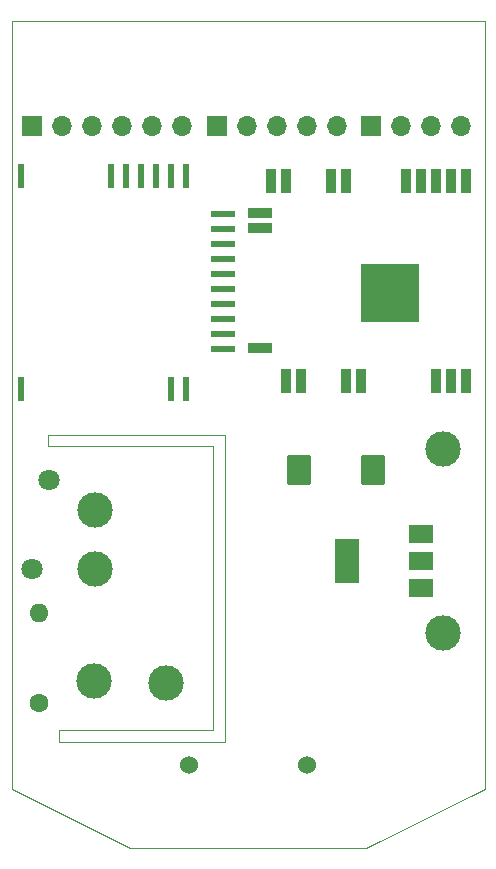
<source format=gbs>
G04 #@! TF.GenerationSoftware,KiCad,Pcbnew,5.99.0-unknown-4594d88417~130~ubuntu20.04.1*
G04 #@! TF.CreationDate,2021-07-04T17:01:17+02:00*
G04 #@! TF.ProjectId,SLS,534c532e-6b69-4636-9164-5f7063625858,rev?*
G04 #@! TF.SameCoordinates,Original*
G04 #@! TF.FileFunction,Soldermask,Bot*
G04 #@! TF.FilePolarity,Negative*
%FSLAX46Y46*%
G04 Gerber Fmt 4.6, Leading zero omitted, Abs format (unit mm)*
G04 Created by KiCad (PCBNEW 5.99.0-unknown-4594d88417~130~ubuntu20.04.1) date 2021-07-04 17:01:17*
%MOMM*%
%LPD*%
G01*
G04 APERTURE LIST*
G04 Aperture macros list*
%AMRoundRect*
0 Rectangle with rounded corners*
0 $1 Rounding radius*
0 $2 $3 $4 $5 $6 $7 $8 $9 X,Y pos of 4 corners*
0 Add a 4 corners polygon primitive as box body*
4,1,4,$2,$3,$4,$5,$6,$7,$8,$9,$2,$3,0*
0 Add four circle primitives for the rounded corners*
1,1,$1+$1,$2,$3*
1,1,$1+$1,$4,$5*
1,1,$1+$1,$6,$7*
1,1,$1+$1,$8,$9*
0 Add four rect primitives between the rounded corners*
20,1,$1+$1,$2,$3,$4,$5,0*
20,1,$1+$1,$4,$5,$6,$7,0*
20,1,$1+$1,$6,$7,$8,$9,0*
20,1,$1+$1,$8,$9,$2,$3,0*%
G04 Aperture macros list end*
G04 #@! TA.AperFunction,Profile*
%ADD10C,0.050000*%
G04 #@! TD*
%ADD11C,3.000000*%
%ADD12C,1.800000*%
%ADD13C,1.600000*%
%ADD14O,1.600000X1.600000*%
%ADD15C,1.524000*%
%ADD16R,1.700000X1.700000*%
%ADD17O,1.700000X1.700000*%
%ADD18RoundRect,0.250000X-0.787500X-1.025000X0.787500X-1.025000X0.787500X1.025000X-0.787500X1.025000X0*%
%ADD19R,0.900000X2.000000*%
%ADD20R,2.000000X0.900000*%
%ADD21R,5.000000X5.000000*%
%ADD22R,2.000000X1.500000*%
%ADD23R,2.000000X3.800000*%
%ADD24R,0.500000X2.000000*%
%ADD25R,2.000000X0.500000*%
G04 APERTURE END LIST*
D10*
X47000000Y-76000000D02*
X33000000Y-76000000D01*
X30000000Y-105000000D02*
X30000000Y-40000000D01*
X48000000Y-101000000D02*
X34000000Y-101000000D01*
X70000000Y-105000000D02*
X60000000Y-110000000D01*
X40000000Y-110000000D02*
X30000000Y-105000000D01*
X48000000Y-75000000D02*
X48000000Y-101000000D01*
X33000000Y-76000000D02*
X33000000Y-75000000D01*
X30000000Y-40000000D02*
X70000000Y-40000000D01*
X33000000Y-75000000D02*
X48000000Y-75000000D01*
X34000000Y-101000000D02*
X34000000Y-100000000D01*
X70000000Y-40000000D02*
X70000000Y-105000000D01*
X60000000Y-110000000D02*
X40000000Y-110000000D01*
X34000000Y-100000000D02*
X47000000Y-100000000D01*
X47000000Y-100000000D02*
X47000000Y-76000000D01*
D11*
X43000000Y-96000000D03*
X37050000Y-81400000D03*
X37050000Y-86400000D03*
X66450000Y-76200000D03*
X66450000Y-91800000D03*
D12*
X33100000Y-78850000D03*
X31700000Y-86350000D03*
D11*
X36950000Y-95900000D03*
D13*
X32300000Y-97700000D03*
D14*
X32300000Y-90080000D03*
D15*
X55000000Y-103000000D03*
X45000000Y-103000000D03*
D16*
X31700000Y-48900000D03*
D17*
X34240000Y-48900000D03*
X36780000Y-48900000D03*
X39320000Y-48900000D03*
X41860000Y-48900000D03*
X44400000Y-48900000D03*
D18*
X54287500Y-78000000D03*
X60512500Y-78000000D03*
D19*
X68470000Y-70485000D03*
X67200000Y-70485000D03*
X65930000Y-70485000D03*
X59580000Y-70485000D03*
X58310000Y-70485000D03*
X54500000Y-70485000D03*
X53230000Y-70485000D03*
D20*
X50960000Y-67700000D03*
X50960000Y-57540000D03*
X50960000Y-56270000D03*
D19*
X51960000Y-53485000D03*
X53230000Y-53485000D03*
X57040000Y-53485000D03*
X58310000Y-53485000D03*
X63390000Y-53485000D03*
X64660000Y-53485000D03*
X65930000Y-53485000D03*
X67200000Y-53485000D03*
X68470000Y-53485000D03*
D21*
X61970000Y-62985000D03*
D16*
X47325000Y-48900000D03*
D17*
X49865000Y-48900000D03*
X52405000Y-48900000D03*
X54945000Y-48900000D03*
X57485000Y-48900000D03*
D22*
X64650000Y-83400000D03*
X64650000Y-85700000D03*
D23*
X58350000Y-85700000D03*
D22*
X64650000Y-88000000D03*
D24*
X30730000Y-53110000D03*
X38350000Y-53110000D03*
X39620000Y-53110000D03*
X40890000Y-53110000D03*
X42160000Y-53110000D03*
X43430000Y-53110000D03*
X44700000Y-53110000D03*
D25*
X47875000Y-56285000D03*
X47875000Y-57555000D03*
X47875000Y-58825000D03*
X47875000Y-60095000D03*
X47875000Y-61365000D03*
X47875000Y-62635000D03*
X47875000Y-63905000D03*
X47875000Y-65175000D03*
X47875000Y-66445000D03*
X47875000Y-67715000D03*
D24*
X44700000Y-71160000D03*
X43430000Y-71160000D03*
X30730000Y-71160000D03*
D16*
X60400000Y-48900000D03*
D17*
X62940000Y-48900000D03*
X65480000Y-48900000D03*
X68020000Y-48900000D03*
M02*

</source>
